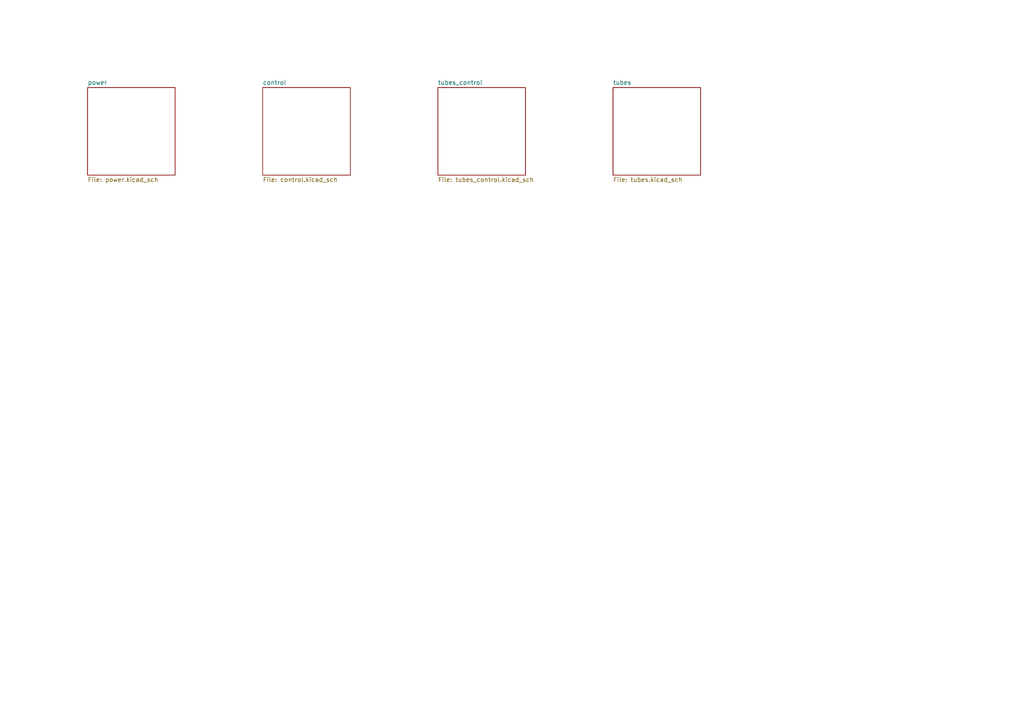
<source format=kicad_sch>
(kicad_sch
	(version 20231120)
	(generator "eeschema")
	(generator_version "8.0")
	(uuid "cd8918ee-e986-4b1b-bef5-f32ed2eef1b1")
	(paper "A4")
	(lib_symbols)
	(sheet
		(at 177.8 25.4)
		(size 25.4 25.4)
		(fields_autoplaced yes)
		(stroke
			(width 0.1524)
			(type solid)
		)
		(fill
			(color 0 0 0 0.0000)
		)
		(uuid "06f34b52-5a6a-4de1-84d0-e5bfe04d78e4")
		(property "Sheetname" "tubes"
			(at 177.8 24.6884 0)
			(effects
				(font
					(size 1.27 1.27)
				)
				(justify left bottom)
			)
		)
		(property "Sheetfile" "tubes.kicad_sch"
			(at 177.8 51.3846 0)
			(effects
				(font
					(size 1.27 1.27)
				)
				(justify left top)
			)
		)
		(instances
			(project "nixie-clock-esp-32"
				(path "/cd8918ee-e986-4b1b-bef5-f32ed2eef1b1"
					(page "5")
				)
			)
		)
	)
	(sheet
		(at 25.4 25.4)
		(size 25.4 25.4)
		(fields_autoplaced yes)
		(stroke
			(width 0.1524)
			(type solid)
		)
		(fill
			(color 0 0 0 0.0000)
		)
		(uuid "5382da8f-8c05-45af-a23a-b579edd7d141")
		(property "Sheetname" "power"
			(at 25.4 24.6884 0)
			(effects
				(font
					(size 1.27 1.27)
				)
				(justify left bottom)
			)
		)
		(property "Sheetfile" "power.kicad_sch"
			(at 25.4 51.3846 0)
			(effects
				(font
					(size 1.27 1.27)
				)
				(justify left top)
			)
		)
		(instances
			(project "nixie-clock-esp-32"
				(path "/cd8918ee-e986-4b1b-bef5-f32ed2eef1b1"
					(page "2")
				)
			)
		)
	)
	(sheet
		(at 127 25.4)
		(size 25.4 25.4)
		(fields_autoplaced yes)
		(stroke
			(width 0.1524)
			(type solid)
		)
		(fill
			(color 0 0 0 0.0000)
		)
		(uuid "56fded3e-3601-4c51-a24b-c93011e51d8b")
		(property "Sheetname" "tubes_control"
			(at 127 24.6884 0)
			(effects
				(font
					(size 1.27 1.27)
				)
				(justify left bottom)
			)
		)
		(property "Sheetfile" "tubes_control.kicad_sch"
			(at 127 51.3846 0)
			(effects
				(font
					(size 1.27 1.27)
				)
				(justify left top)
			)
		)
		(instances
			(project "nixie-clock-esp-32"
				(path "/cd8918ee-e986-4b1b-bef5-f32ed2eef1b1"
					(page "4")
				)
			)
		)
	)
	(sheet
		(at 76.2 25.4)
		(size 25.4 25.4)
		(fields_autoplaced yes)
		(stroke
			(width 0.1524)
			(type solid)
		)
		(fill
			(color 0 0 0 0.0000)
		)
		(uuid "6a0f8bd2-47e1-46cc-b2ff-e288ea213239")
		(property "Sheetname" "control"
			(at 76.2 24.6884 0)
			(effects
				(font
					(size 1.27 1.27)
				)
				(justify left bottom)
			)
		)
		(property "Sheetfile" "control.kicad_sch"
			(at 76.2 51.3846 0)
			(effects
				(font
					(size 1.27 1.27)
				)
				(justify left top)
			)
		)
		(instances
			(project "nixie-clock-esp-32"
				(path "/cd8918ee-e986-4b1b-bef5-f32ed2eef1b1"
					(page "3")
				)
			)
		)
	)
	(sheet_instances
		(path "/"
			(page "1")
		)
	)
)
</source>
